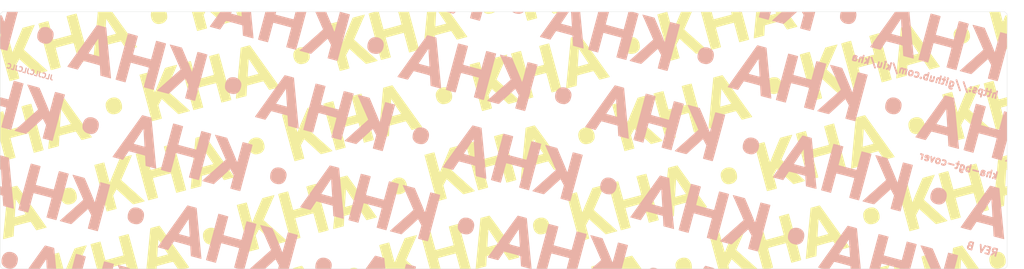
<source format=kicad_pcb>
(kicad_pcb (version 20221018) (generator pcbnew)
  (layers (0 "F.Cu" signal) (31 "B.Cu" signal) (34 "B.Paste" user) (35 "F.Paste" user) (36 "B.SilkS" user "B.Silkscreen") (37 "F.SilkS" user "F.Silkscreen") (38 "B.Mask" user) (39 "F.Mask" user) (44 "Edge.Cuts" user))
  (net 0 "")
  (footprint "kiu:kha-cover-art" (layer "F.Cu") (at 329.5 105)
    (fp_text reference "REF**" hide)
    (fp_text value "kha-cover-art")
  )
  (footprint "kiu:kha-cover-art" (layer "B.Cu") (at 329.5 105 180)
    (fp_text reference "REF**" hide)
    (fp_text value "kha-cover-art")
  )
  (gr_line (start 543.5 160) (end 544.5 159) (stroke (width 0.1)) (layer "Edge.Cuts"))
  (gr_line (start 544.5 51) (end 544.5 159) (stroke (width 0.1)) (layer "Edge.Cuts"))
  (gr_line (start 114.5 159) (end 115.5 160) (stroke (width 0.1)) (layer "Edge.Cuts"))
  (gr_line (start 115.5 50) (end 543.5 50) (stroke (width 0.1)) (layer "Edge.Cuts"))
  (gr_line (start 114.5 159) (end 114.5 51) (stroke (width 0.1)) (layer "Edge.Cuts"))
  (gr_line (start 543.5 50) (end 544.5 51) (stroke (width 0.1)) (layer "Edge.Cuts"))
  (gr_line (start 543.5 160) (end 115.5 160) (stroke (width 0.1)) (layer "Edge.Cuts"))
  (gr_line (start 114.5 51) (end 115.5 50) (stroke (width 0.1)) (layer "Edge.Cuts"))
  (gr_text "JLCJLCJLCJLC" (at 117 73 345) (layer "B.SilkS") (effects (font (size 2 2) (thickness 0.5) bold) (justify right mirror)))
  (gr_text "REV B" (at 541 153.5 345) (layer "B.SilkS") (effects (font (size 3 3) (thickness 0.75) bold) (justify left mirror)))
  (gr_text "kha-bgt-cover" (at 541 120.5 345) (layer "B.SilkS") (effects (font (size 3 3) (thickness 0.75) bold) (justify left mirror)))
  (gr_text "https://github.com/kiu/kha" (at 541 86 345) (layer "B.SilkS") (effects (font (size 3 3) (thickness 0.75) bold) (justify left mirror)))
)
</source>
